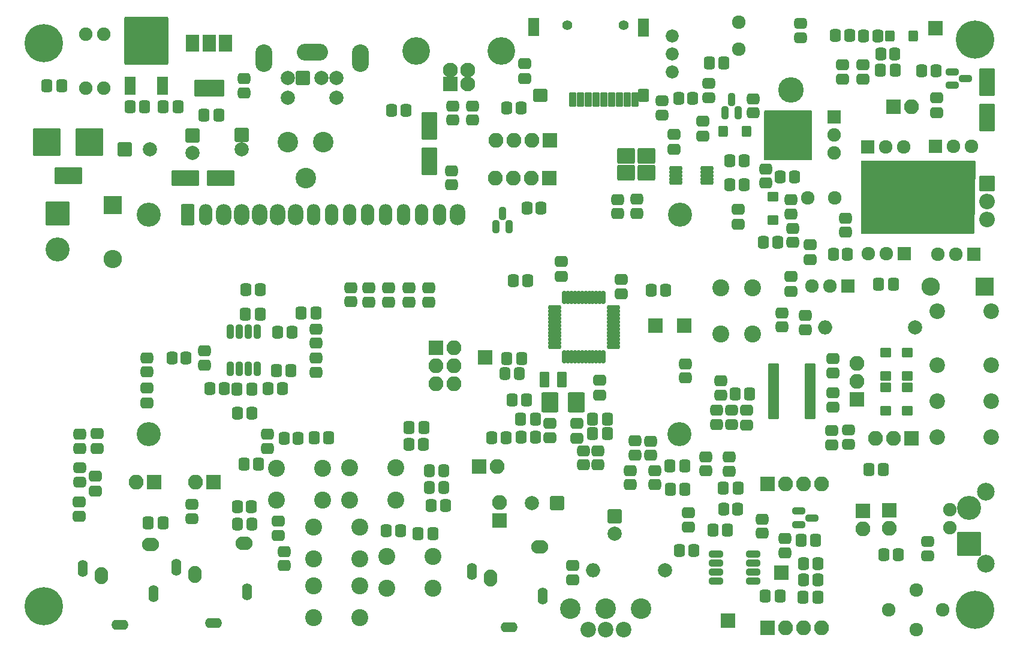
<source format=gbr>
%TF.GenerationSoftware,KiCad,Pcbnew,(6.0.11)*%
%TF.CreationDate,2023-06-17T11:37:52-05:00*%
%TF.ProjectId,LittleDX,4c697474-6c65-4445-982e-6b696361645f,rev?*%
%TF.SameCoordinates,Original*%
%TF.FileFunction,Soldermask,Top*%
%TF.FilePolarity,Negative*%
%FSLAX46Y46*%
G04 Gerber Fmt 4.6, Leading zero omitted, Abs format (unit mm)*
G04 Created by KiCad (PCBNEW (6.0.11)) date 2023-06-17 11:37:52*
%MOMM*%
%LPD*%
G01*
G04 APERTURE LIST*
G04 Aperture macros list*
%AMRoundRect*
0 Rectangle with rounded corners*
0 $1 Rounding radius*
0 $2 $3 $4 $5 $6 $7 $8 $9 X,Y pos of 4 corners*
0 Add a 4 corners polygon primitive as box body*
4,1,4,$2,$3,$4,$5,$6,$7,$8,$9,$2,$3,0*
0 Add four circle primitives for the rounded corners*
1,1,$1+$1,$2,$3*
1,1,$1+$1,$4,$5*
1,1,$1+$1,$6,$7*
1,1,$1+$1,$8,$9*
0 Add four rect primitives between the rounded corners*
20,1,$1+$1,$2,$3,$4,$5,0*
20,1,$1+$1,$4,$5,$6,$7,0*
20,1,$1+$1,$6,$7,$8,$9,0*
20,1,$1+$1,$8,$9,$2,$3,0*%
G04 Aperture macros list end*
%ADD10RoundRect,0.200000X-0.800000X0.800000X-0.800000X-0.800000X0.800000X-0.800000X0.800000X0.800000X0*%
%ADD11C,2.000000*%
%ADD12RoundRect,0.200000X0.850000X-0.850000X0.850000X0.850000X-0.850000X0.850000X-0.850000X-0.850000X0*%
%ADD13O,2.100000X2.100000*%
%ADD14O,2.000000X2.000000*%
%ADD15C,2.400000*%
%ADD16O,2.200000X3.000000*%
%ADD17O,1.900000X3.000000*%
%ADD18RoundRect,0.200000X-0.750000X-1.300000X0.750000X-1.300000X0.750000X1.300000X-0.750000X1.300000X0*%
%ADD19C,3.400000*%
%ADD20RoundRect,0.450000X0.337500X0.475000X-0.337500X0.475000X-0.337500X-0.475000X0.337500X-0.475000X0*%
%ADD21RoundRect,0.450000X0.475000X-0.337500X0.475000X0.337500X-0.475000X0.337500X-0.475000X-0.337500X0*%
%ADD22RoundRect,0.450000X-0.337500X-0.475000X0.337500X-0.475000X0.337500X0.475000X-0.337500X0.475000X0*%
%ADD23RoundRect,0.450000X-0.475000X0.337500X-0.475000X-0.337500X0.475000X-0.337500X0.475000X0.337500X0*%
%ADD24RoundRect,0.200000X-1.100000X1.100000X-1.100000X-1.100000X1.100000X-1.100000X1.100000X1.100000X0*%
%ADD25O,2.600000X2.600000*%
%ADD26RoundRect,0.450000X0.325000X0.450000X-0.325000X0.450000X-0.325000X-0.450000X0.325000X-0.450000X0*%
%ADD27RoundRect,0.450000X-0.325000X-0.450000X0.325000X-0.450000X0.325000X0.450000X-0.325000X0.450000X0*%
%ADD28RoundRect,0.200000X-1.750000X-0.900000X1.750000X-0.900000X1.750000X0.900000X-1.750000X0.900000X0*%
%ADD29RoundRect,0.200000X0.900000X-1.750000X0.900000X1.750000X-0.900000X1.750000X-0.900000X-1.750000X0*%
%ADD30RoundRect,0.200000X-1.500000X1.500000X-1.500000X-1.500000X1.500000X-1.500000X1.500000X1.500000X0*%
%ADD31RoundRect,0.200000X-1.750000X-1.750000X1.750000X-1.750000X1.750000X1.750000X-1.750000X1.750000X0*%
%ADD32RoundRect,0.200000X-1.750000X-1.000000X1.750000X-1.000000X1.750000X1.000000X-1.750000X1.000000X0*%
%ADD33RoundRect,0.200000X-0.850000X-0.850000X0.850000X-0.850000X0.850000X0.850000X-0.850000X0.850000X0*%
%ADD34RoundRect,0.450000X0.450000X-0.325000X0.450000X0.325000X-0.450000X0.325000X-0.450000X-0.325000X0*%
%ADD35RoundRect,0.450000X-0.450000X0.325000X-0.450000X-0.325000X0.450000X-0.325000X0.450000X0.325000X0*%
%ADD36RoundRect,0.200000X0.760000X-0.760000X0.760000X0.760000X-0.760000X0.760000X-0.760000X-0.760000X0*%
%ADD37C,1.920000*%
%ADD38RoundRect,0.350000X-0.587500X-0.150000X0.587500X-0.150000X0.587500X0.150000X-0.587500X0.150000X0*%
%ADD39RoundRect,0.200000X0.600000X-1.100000X0.600000X1.100000X-0.600000X1.100000X-0.600000X-1.100000X0*%
%ADD40RoundRect,0.200000X2.900000X-3.200000X2.900000X3.200000X-2.900000X3.200000X-2.900000X-3.200000X0*%
%ADD41RoundRect,0.200000X1.000000X1.200000X-1.000000X1.200000X-1.000000X-1.200000X1.000000X-1.200000X0*%
%ADD42RoundRect,0.200000X-0.500000X-0.900000X0.500000X-0.900000X0.500000X0.900000X-0.500000X0.900000X0*%
%ADD43RoundRect,0.275000X0.075000X-0.662500X0.075000X0.662500X-0.075000X0.662500X-0.075000X-0.662500X0*%
%ADD44RoundRect,0.275000X0.662500X-0.075000X0.662500X0.075000X-0.662500X0.075000X-0.662500X-0.075000X0*%
%ADD45RoundRect,0.350000X0.675000X0.150000X-0.675000X0.150000X-0.675000X-0.150000X0.675000X-0.150000X0*%
%ADD46RoundRect,0.200000X-0.750000X1.000000X-0.750000X-1.000000X0.750000X-1.000000X0.750000X1.000000X0*%
%ADD47RoundRect,0.200000X-1.900000X1.000000X-1.900000X-1.000000X1.900000X-1.000000X1.900000X1.000000X0*%
%ADD48RoundRect,0.200000X-0.760000X0.760000X-0.760000X-0.760000X0.760000X-0.760000X0.760000X0.760000X0*%
%ADD49C,2.900000*%
%ADD50RoundRect,0.200000X0.850000X0.850000X-0.850000X0.850000X-0.850000X-0.850000X0.850000X-0.850000X0*%
%ADD51RoundRect,0.450000X-0.350000X-0.450000X0.350000X-0.450000X0.350000X0.450000X-0.350000X0.450000X0*%
%ADD52RoundRect,0.450000X0.450000X-0.350000X0.450000X0.350000X-0.450000X0.350000X-0.450000X-0.350000X0*%
%ADD53RoundRect,0.450000X0.350000X0.450000X-0.350000X0.450000X-0.350000X-0.450000X0.350000X-0.450000X0*%
%ADD54RoundRect,0.450000X-0.450000X0.350000X-0.450000X-0.350000X0.450000X-0.350000X0.450000X0.350000X0*%
%ADD55RoundRect,0.200000X-0.700000X-0.150000X0.700000X-0.150000X0.700000X0.150000X-0.700000X0.150000X0*%
%ADD56RoundRect,0.200000X-1.050000X-0.900000X1.050000X-0.900000X1.050000X0.900000X-1.050000X0.900000X0*%
%ADD57C,2.500000*%
%ADD58C,1.900000*%
%ADD59RoundRect,0.200000X1.500000X-1.500000X1.500000X1.500000X-1.500000X1.500000X-1.500000X-1.500000X0*%
%ADD60C,2.200000*%
%ADD61RoundRect,0.200000X-0.600000X0.450000X-0.600000X-0.450000X0.600000X-0.450000X0.600000X0.450000X0*%
%ADD62RoundRect,0.200000X-0.750000X0.750000X-0.750000X-0.750000X0.750000X-0.750000X0.750000X0.750000X0*%
%ADD63C,1.924000*%
%ADD64RoundRect,0.200000X-0.850000X0.850000X-0.850000X-0.850000X0.850000X-0.850000X0.850000X0.850000X0*%
%ADD65RoundRect,0.350000X0.150000X-0.587500X0.150000X0.587500X-0.150000X0.587500X-0.150000X-0.587500X0*%
%ADD66RoundRect,0.200000X0.800000X0.800000X-0.800000X0.800000X-0.800000X-0.800000X0.800000X-0.800000X0*%
%ADD67O,2.400000X3.900000*%
%ADD68O,4.400000X2.400000*%
%ADD69C,3.448000*%
%ADD70C,1.840000*%
%ADD71C,5.400000*%
%ADD72RoundRect,0.200000X1.100000X1.100000X-1.100000X1.100000X-1.100000X-1.100000X1.100000X-1.100000X0*%
%ADD73RoundRect,0.200000X-0.800000X-0.800000X0.800000X-0.800000X0.800000X0.800000X-0.800000X0.800000X0*%
%ADD74RoundRect,0.200000X-0.900000X0.900000X-0.900000X-0.900000X0.900000X-0.900000X0.900000X0.900000X0*%
%ADD75O,2.200000X2.200000*%
%ADD76RoundRect,0.200000X-0.450000X-0.600000X0.450000X-0.600000X0.450000X0.600000X-0.450000X0.600000X0*%
%ADD77RoundRect,0.200000X-0.900000X1.750000X-0.900000X-1.750000X0.900000X-1.750000X0.900000X1.750000X0*%
%ADD78O,2.400000X1.400000*%
%ADD79O,1.400000X2.400000*%
%ADD80O,1.900000X2.400000*%
%ADD81O,2.400000X1.900000*%
%ADD82RoundRect,0.200000X0.600000X-0.450000X0.600000X0.450000X-0.600000X0.450000X-0.600000X-0.450000X0*%
%ADD83RoundRect,0.350000X-0.150000X0.675000X-0.150000X-0.675000X0.150000X-0.675000X0.150000X0.675000X0*%
%ADD84RoundRect,0.200000X0.600000X0.200000X-0.600000X0.200000X-0.600000X-0.200000X0.600000X-0.200000X0*%
%ADD85C,3.600000*%
%ADD86C,2.100000*%
%ADD87C,3.900000*%
%ADD88C,1.400000*%
%ADD89RoundRect,0.200000X0.600000X1.100000X-0.600000X1.100000X-0.600000X-1.100000X0.600000X-1.100000X0*%
%ADD90RoundRect,0.200000X-0.800000X-0.700000X0.800000X-0.700000X0.800000X0.700000X-0.800000X0.700000X0*%
%ADD91RoundRect,0.200000X-0.350000X-0.800000X0.350000X-0.800000X0.350000X0.800000X-0.350000X0.800000X0*%
%ADD92RoundRect,0.200000X-0.600000X-0.700000X0.600000X-0.700000X0.600000X0.700000X-0.600000X0.700000X0*%
G04 APERTURE END LIST*
D10*
%TO.C,C19*%
X134625000Y-127775000D03*
D11*
X134625000Y-130275000D03*
%TD*%
D12*
%TO.C,J20*%
X115475000Y-120800000D03*
D13*
X118015000Y-120800000D03*
%TD*%
D11*
%TO.C,R41*%
X177075000Y-101100000D03*
D14*
X164375000Y-101100000D03*
%TD*%
D15*
%TO.C,SW2*%
X86925000Y-125525000D03*
X93425000Y-125525000D03*
X86925000Y-121025000D03*
X93425000Y-121025000D03*
%TD*%
D16*
%TO.C,DS1*%
X112430000Y-85230000D03*
D17*
X109890000Y-85230000D03*
X107350000Y-85230000D03*
X104810000Y-85230000D03*
X102270000Y-85230000D03*
X99730000Y-85230000D03*
X97190000Y-85230000D03*
X94650000Y-85230000D03*
X92110000Y-85230000D03*
D16*
X89570000Y-85230000D03*
X87030000Y-85230000D03*
X84490000Y-85230000D03*
X81950000Y-85230000D03*
X79410000Y-85230000D03*
D17*
X76870000Y-85230000D03*
D18*
X74330000Y-85230000D03*
D19*
X143829480Y-116230700D03*
X143830000Y-85230000D03*
X68830900Y-116230700D03*
X68830900Y-85230000D03*
%TD*%
D20*
%TO.C,C1*%
X133625500Y-114046000D03*
X131550500Y-114046000D03*
%TD*%
D21*
%TO.C,C2*%
X125476000Y-116727500D03*
X125476000Y-114652500D03*
%TD*%
%TO.C,C4*%
X129300000Y-116747500D03*
X129300000Y-114672500D03*
%TD*%
D22*
%TO.C,C5*%
X120162500Y-111370000D03*
X122237500Y-111370000D03*
%TD*%
D10*
%TO.C,C6*%
X75000000Y-74000000D03*
D11*
X75000000Y-76500000D03*
%TD*%
D22*
%TO.C,C8*%
X121390500Y-114046000D03*
X123465500Y-114046000D03*
%TD*%
D23*
%TO.C,C9*%
X132550000Y-108587500D03*
X132550000Y-110662500D03*
%TD*%
D22*
%TO.C,C10*%
X92187500Y-116725000D03*
X94262500Y-116725000D03*
%TD*%
D23*
%TO.C,C11*%
X87150000Y-128462500D03*
X87150000Y-130537500D03*
%TD*%
D22*
%TO.C,C12*%
X119432500Y-105530000D03*
X121507500Y-105530000D03*
%TD*%
D23*
%TO.C,C13*%
X127110000Y-91832500D03*
X127110000Y-93907500D03*
%TD*%
D20*
%TO.C,C15*%
X148487500Y-129725000D03*
X150562500Y-129725000D03*
%TD*%
D22*
%TO.C,C16*%
X84362500Y-120425000D03*
X82287500Y-120425000D03*
%TD*%
D20*
%TO.C,C17*%
X107717500Y-115300000D03*
X105642500Y-115300000D03*
%TD*%
D21*
%TO.C,C20*%
X159500000Y-96037500D03*
X159500000Y-93962500D03*
%TD*%
D23*
%TO.C,C21*%
X135575000Y-94312500D03*
X135575000Y-96387500D03*
%TD*%
D10*
%TO.C,C22*%
X82000000Y-73968208D03*
D11*
X82000000Y-75968208D03*
%TD*%
D20*
%TO.C,C25*%
X153697500Y-110530000D03*
X151622500Y-110530000D03*
%TD*%
D21*
%TO.C,C33*%
X165450000Y-107587500D03*
X165450000Y-105512500D03*
%TD*%
D20*
%TO.C,C34*%
X161268500Y-139192000D03*
X163343500Y-139192000D03*
%TD*%
D23*
%TO.C,C35*%
X165450000Y-110337500D03*
X165450000Y-112412500D03*
%TD*%
D24*
%TO.C,D1*%
X63750000Y-83880000D03*
D25*
X63750000Y-91500000D03*
%TD*%
D26*
%TO.C,D2*%
X110550000Y-121350000D03*
X108500000Y-121350000D03*
%TD*%
D27*
%TO.C,D3*%
X110550000Y-123700000D03*
X108500000Y-123700000D03*
%TD*%
D28*
%TO.C,D4*%
X74000000Y-80000000D03*
X79000000Y-80000000D03*
%TD*%
D29*
%TO.C,D5*%
X108458000Y-77684000D03*
X108458000Y-72684000D03*
%TD*%
D30*
%TO.C,J1*%
X56000000Y-85000000D03*
D19*
X56000000Y-90080000D03*
%TD*%
D31*
%TO.C,J2*%
X60500000Y-75000000D03*
X54500000Y-75000000D03*
D32*
X57500000Y-79700000D03*
%TD*%
D33*
%TO.C,J5*%
X109400000Y-103975000D03*
D13*
X111940000Y-103975000D03*
X109400000Y-106515000D03*
X111940000Y-106515000D03*
X109400000Y-109055000D03*
X111940000Y-109055000D03*
%TD*%
D27*
%TO.C,L1*%
X119145000Y-107630000D03*
X121195000Y-107630000D03*
%TD*%
D34*
%TO.C,L2*%
X151120000Y-114825000D03*
X151120000Y-112775000D03*
%TD*%
D35*
%TO.C,L3*%
X167700000Y-115575000D03*
X167700000Y-117625000D03*
%TD*%
D34*
%TO.C,L9*%
X141320000Y-71175000D03*
X141320000Y-69125000D03*
%TD*%
D36*
%TO.C,Q3*%
X170350000Y-75630000D03*
D37*
X172890000Y-75630000D03*
X175430000Y-75630000D03*
%TD*%
D38*
%TO.C,Q4*%
X162481500Y-128016000D03*
X160606500Y-128966000D03*
X160606500Y-127066000D03*
%TD*%
D15*
%TO.C,SW1*%
X154142000Y-102056000D03*
X154142000Y-95556000D03*
X149642000Y-102056000D03*
X149642000Y-95556000D03*
%TD*%
%TO.C,SW3*%
X98650000Y-133825000D03*
X92150000Y-133825000D03*
X92150000Y-129325000D03*
X98650000Y-129325000D03*
%TD*%
%TO.C,SW4*%
X97225000Y-125475000D03*
X103725000Y-125475000D03*
X103725000Y-120975000D03*
X97225000Y-120975000D03*
%TD*%
%TO.C,SW5*%
X92125000Y-142125000D03*
X98625000Y-142125000D03*
X92125000Y-137625000D03*
X98625000Y-137625000D03*
%TD*%
D39*
%TO.C,U2*%
X66245000Y-66975000D03*
D40*
X68525000Y-60675000D03*
D39*
X70805000Y-66975000D03*
%TD*%
D41*
%TO.C,Y1*%
X129200000Y-111730000D03*
X125500000Y-111730000D03*
%TD*%
D42*
%TO.C,Y2*%
X127210000Y-108530000D03*
X124710000Y-108530000D03*
%TD*%
D43*
%TO.C,U1*%
X127552000Y-105254500D03*
X128052000Y-105254500D03*
X128552000Y-105254500D03*
X129052000Y-105254500D03*
X129552000Y-105254500D03*
X130052000Y-105254500D03*
X130552000Y-105254500D03*
X131052000Y-105254500D03*
X131552000Y-105254500D03*
X132052000Y-105254500D03*
X132552000Y-105254500D03*
X133052000Y-105254500D03*
D44*
X134464500Y-103842000D03*
X134464500Y-103342000D03*
X134464500Y-102842000D03*
X134464500Y-102342000D03*
X134464500Y-101842000D03*
X134464500Y-101342000D03*
X134464500Y-100842000D03*
X134464500Y-100342000D03*
X134464500Y-99842000D03*
X134464500Y-99342000D03*
X134464500Y-98842000D03*
X134464500Y-98342000D03*
D43*
X133052000Y-96929500D03*
X132552000Y-96929500D03*
X132052000Y-96929500D03*
X131552000Y-96929500D03*
X131052000Y-96929500D03*
X130552000Y-96929500D03*
X130052000Y-96929500D03*
X129552000Y-96929500D03*
X129052000Y-96929500D03*
X128552000Y-96929500D03*
X128052000Y-96929500D03*
X127552000Y-96929500D03*
D44*
X126139500Y-98342000D03*
X126139500Y-98842000D03*
X126139500Y-99342000D03*
X126139500Y-99842000D03*
X126139500Y-100342000D03*
X126139500Y-100842000D03*
X126139500Y-101342000D03*
X126139500Y-101842000D03*
X126139500Y-102342000D03*
X126139500Y-102842000D03*
X126139500Y-103342000D03*
X126139500Y-103842000D03*
%TD*%
D33*
%TO.C,J9*%
X116375000Y-105325000D03*
%TD*%
D21*
%TO.C,C37*%
X145075000Y-127262500D03*
X145075000Y-129337500D03*
%TD*%
D45*
%TO.C,U3*%
X148955000Y-136955000D03*
X148955000Y-135685000D03*
X148955000Y-134415000D03*
X148955000Y-133145000D03*
X154205000Y-133145000D03*
X154205000Y-134415000D03*
X154205000Y-135685000D03*
X154205000Y-136955000D03*
%TD*%
D46*
%TO.C,U4*%
X79680000Y-61020000D03*
X77380000Y-61020000D03*
D47*
X77380000Y-67320000D03*
D46*
X75080000Y-61020000D03*
%TD*%
D48*
%TO.C,Q5*%
X185340000Y-90830000D03*
D37*
X182800000Y-90830000D03*
X180260000Y-90830000D03*
%TD*%
D48*
%TO.C,Q6*%
X175560000Y-90680000D03*
D37*
X173020000Y-90680000D03*
X170480000Y-90680000D03*
%TD*%
D36*
%TO.C,Q7*%
X179960000Y-75520000D03*
D37*
X182500000Y-75520000D03*
X185040000Y-75520000D03*
%TD*%
D22*
%TO.C,C14*%
X172162500Y-64800000D03*
X174237500Y-64800000D03*
%TD*%
D49*
%TO.C,RV3*%
X93500000Y-75000000D03*
X91000000Y-80040000D03*
X88500000Y-75000000D03*
%TD*%
D20*
%TO.C,C42*%
X78727500Y-71140000D03*
X76652500Y-71140000D03*
%TD*%
D50*
%TO.C,JP3*%
X168810000Y-111250000D03*
D13*
X168810000Y-108710000D03*
X168810000Y-106170000D03*
%TD*%
D51*
%TO.C,R1*%
X119300000Y-116710000D03*
X117300000Y-116710000D03*
%TD*%
D52*
%TO.C,R2*%
X111590000Y-81000000D03*
X111590000Y-79000000D03*
%TD*%
%TO.C,R3*%
X102700000Y-97550000D03*
X102700000Y-95550000D03*
%TD*%
D51*
%TO.C,R4*%
X110728000Y-126238000D03*
X108728000Y-126238000D03*
%TD*%
D53*
%TO.C,R6*%
X89975000Y-116750000D03*
X87975000Y-116750000D03*
%TD*%
%TO.C,R7*%
X121396000Y-70104000D03*
X119396000Y-70104000D03*
%TD*%
D51*
%TO.C,R8*%
X172200000Y-62500000D03*
X174200000Y-62500000D03*
%TD*%
D52*
%TO.C,R9*%
X114554000Y-71866000D03*
X114554000Y-69866000D03*
%TD*%
D51*
%TO.C,R11*%
X145780000Y-132588000D03*
X143780000Y-132588000D03*
%TD*%
D52*
%TO.C,R12*%
X85620000Y-116230000D03*
X85620000Y-118230000D03*
%TD*%
D51*
%TO.C,R13*%
X105630000Y-117620000D03*
X107630000Y-117620000D03*
%TD*%
D54*
%TO.C,R14*%
X154178000Y-68850000D03*
X154178000Y-70850000D03*
%TD*%
%TO.C,R15*%
X111760000Y-69866000D03*
X111760000Y-71866000D03*
%TD*%
D52*
%TO.C,R16*%
X149660000Y-110690000D03*
X149660000Y-108690000D03*
%TD*%
%TO.C,R17*%
X158242000Y-101076000D03*
X158242000Y-99076000D03*
%TD*%
%TO.C,R18*%
X137750000Y-85025000D03*
X137750000Y-83025000D03*
%TD*%
D54*
%TO.C,R19*%
X139740000Y-117180000D03*
X139740000Y-119180000D03*
%TD*%
D53*
%TO.C,R20*%
X157667200Y-89128600D03*
X155667200Y-89128600D03*
%TD*%
D54*
%TO.C,R21*%
X140300000Y-121325000D03*
X140300000Y-123325000D03*
%TD*%
%TO.C,R23*%
X136850000Y-121325000D03*
X136850000Y-123325000D03*
%TD*%
D52*
%TO.C,R29*%
X99940000Y-97540000D03*
X99940000Y-95540000D03*
%TD*%
%TO.C,R30*%
X144600000Y-108270000D03*
X144600000Y-106270000D03*
%TD*%
D51*
%TO.C,R31*%
X163306000Y-136780000D03*
X161306000Y-136780000D03*
%TD*%
D52*
%TO.C,R32*%
X158700000Y-130950000D03*
X158700000Y-132950000D03*
%TD*%
%TO.C,R33*%
X87970000Y-132760000D03*
X87970000Y-134760000D03*
%TD*%
D51*
%TO.C,R34*%
X163306000Y-134460000D03*
X161306000Y-134460000D03*
%TD*%
D52*
%TO.C,R46*%
X108360000Y-97530000D03*
X108360000Y-95530000D03*
%TD*%
%TO.C,R47*%
X105610000Y-97560000D03*
X105610000Y-95560000D03*
%TD*%
%TO.C,R24*%
X150775000Y-121450000D03*
X150775000Y-119450000D03*
%TD*%
D20*
%TO.C,C44*%
X68267500Y-70000000D03*
X66192500Y-70000000D03*
%TD*%
D33*
%TO.C,JP4*%
X169660000Y-126990000D03*
D13*
X169660000Y-129530000D03*
%TD*%
D23*
%TO.C,C47*%
X143030000Y-73892500D03*
X143030000Y-75967500D03*
%TD*%
D52*
%TO.C,R35*%
X135075000Y-85050000D03*
X135075000Y-83050000D03*
%TD*%
D54*
%TO.C,R48*%
X149020000Y-112800000D03*
X149020000Y-114800000D03*
%TD*%
D51*
%TO.C,R49*%
X150892000Y-77550000D03*
X152892000Y-77550000D03*
%TD*%
%TO.C,R50*%
X150892000Y-80975000D03*
X152892000Y-80975000D03*
%TD*%
D55*
%TO.C,U6*%
X143290000Y-78670000D03*
X143290000Y-79170000D03*
X143290000Y-79670000D03*
X143290000Y-80170000D03*
X143290000Y-80670000D03*
X147690000Y-80670000D03*
X147690000Y-80170000D03*
X147690000Y-79670000D03*
X147690000Y-79170000D03*
X147690000Y-78670000D03*
%TD*%
D56*
%TO.C,Y3*%
X136218000Y-79248000D03*
X139118000Y-79248000D03*
X139118000Y-76948000D03*
X136218000Y-76948000D03*
%TD*%
D57*
%TO.C,J12*%
X187025000Y-134505000D03*
X187025000Y-124345000D03*
D58*
X181945000Y-129425000D03*
D59*
X184673000Y-131711000D03*
D58*
X181945000Y-126885000D03*
D19*
X184673000Y-126631000D03*
%TD*%
D60*
%TO.C,RLY1*%
X187775000Y-98845000D03*
X187775000Y-106465000D03*
X187775000Y-111545000D03*
X187775000Y-116625000D03*
X180175000Y-98845000D03*
X180175000Y-106465000D03*
X180175000Y-111545000D03*
X180175000Y-116625000D03*
%TD*%
D23*
%TO.C,C30*%
X165325000Y-115650000D03*
X165325000Y-117725000D03*
%TD*%
D61*
%TO.C,D9*%
X175975000Y-104650000D03*
X175975000Y-107950000D03*
%TD*%
D51*
%TO.C,R5*%
X139800000Y-95850000D03*
X141800000Y-95850000D03*
%TD*%
D54*
%TO.C,R22*%
X137550000Y-119160000D03*
X137550000Y-117160000D03*
%TD*%
D52*
%TO.C,R25*%
X147550000Y-121375000D03*
X147550000Y-119375000D03*
%TD*%
D62*
%TO.C,Q8*%
X165608000Y-71374000D03*
D58*
X165608000Y-73914000D03*
X165608000Y-76454000D03*
%TD*%
D51*
%TO.C,R38*%
X169790000Y-59950000D03*
X171790000Y-59950000D03*
%TD*%
D53*
%TO.C,R39*%
X180000000Y-64900000D03*
X178000000Y-64900000D03*
%TD*%
D12*
%TO.C,JP1*%
X174030000Y-70000000D03*
D13*
X176570000Y-70000000D03*
%TD*%
D20*
%TO.C,C39*%
X144547500Y-120650000D03*
X142472500Y-120650000D03*
%TD*%
D33*
%TO.C,JP2*%
X173430000Y-126910000D03*
D13*
X173430000Y-129450000D03*
%TD*%
D63*
%TO.C,T3*%
X173355000Y-140970000D03*
X180975000Y-140970000D03*
X177228500Y-143764000D03*
X177228500Y-138176000D03*
%TD*%
D35*
%TO.C,D16*%
X178850000Y-131360000D03*
X178850000Y-133410000D03*
%TD*%
D53*
%TO.C,R28*%
X174660000Y-133250000D03*
X172660000Y-133250000D03*
%TD*%
D61*
%TO.C,D17*%
X157000000Y-82675000D03*
X157000000Y-85975000D03*
%TD*%
D48*
%TO.C,Q9*%
X167575000Y-95250000D03*
D37*
X165035000Y-95250000D03*
X162495000Y-95250000D03*
%TD*%
D22*
%TO.C,C46*%
X148012500Y-63810000D03*
X150087500Y-63810000D03*
%TD*%
D53*
%TO.C,R51*%
X167525000Y-90800000D03*
X165525000Y-90800000D03*
%TD*%
D54*
%TO.C,R52*%
X159766000Y-87138000D03*
X159766000Y-89138000D03*
%TD*%
D23*
%TO.C,C24*%
X166830000Y-64032500D03*
X166830000Y-66107500D03*
%TD*%
D53*
%TO.C,R53*%
X160050000Y-79875000D03*
X158050000Y-79875000D03*
%TD*%
D21*
%TO.C,C56*%
X152100000Y-86537500D03*
X152100000Y-84462500D03*
%TD*%
D64*
%TO.C,JP7*%
X176560000Y-116780000D03*
D13*
X174020000Y-116780000D03*
X171480000Y-116780000D03*
%TD*%
D65*
%TO.C,Q12*%
X150180000Y-70787500D03*
X152080000Y-70787500D03*
X151130000Y-68912500D03*
%TD*%
D38*
%TO.C,Q13*%
X182312500Y-65050000D03*
X182312500Y-66950000D03*
X184187500Y-66000000D03*
%TD*%
D51*
%TO.C,R65*%
X143670000Y-68760000D03*
X145670000Y-68760000D03*
%TD*%
D54*
%TO.C,R66*%
X161525000Y-99425000D03*
X161525000Y-101425000D03*
%TD*%
D52*
%TO.C,R67*%
X159550000Y-85100000D03*
X159550000Y-83100000D03*
%TD*%
D66*
%TO.C,P1*%
X90630000Y-65930000D03*
D11*
X93230000Y-65930000D03*
X88530000Y-65930000D03*
X95330000Y-65930000D03*
X88530000Y-68730000D03*
X95330000Y-68730000D03*
D67*
X85080000Y-63080000D03*
X98780000Y-63080000D03*
D68*
X91930000Y-62280000D03*
%TD*%
D52*
%TO.C,R64*%
X82330000Y-67990000D03*
X82330000Y-65990000D03*
%TD*%
D53*
%TO.C,R70*%
X105150000Y-70440000D03*
X103150000Y-70440000D03*
%TD*%
D69*
%TO.C,J13*%
X177600000Y-83200000D03*
%TD*%
D34*
%TO.C,D19*%
X160880000Y-60207000D03*
X160880000Y-58157000D03*
%TD*%
D53*
%TO.C,R71*%
X167810000Y-59930000D03*
X165810000Y-59930000D03*
%TD*%
D22*
%TO.C,C32*%
X171936500Y-94996000D03*
X174011500Y-94996000D03*
%TD*%
D65*
%TO.C,Q14*%
X117875000Y-86887500D03*
X119775000Y-86887500D03*
X118825000Y-85012500D03*
%TD*%
D51*
%TO.C,R72*%
X120375000Y-94500000D03*
X122375000Y-94500000D03*
%TD*%
D23*
%TO.C,C38*%
X147075000Y-72037500D03*
X147075000Y-74112500D03*
%TD*%
D54*
%TO.C,R73*%
X155975000Y-78750000D03*
X155975000Y-80750000D03*
%TD*%
D70*
%TO.C,RV4*%
X142790000Y-59940000D03*
X142790000Y-62480000D03*
X142790000Y-65020000D03*
%TD*%
D54*
%TO.C,R74*%
X167225000Y-85675000D03*
X167225000Y-87675000D03*
%TD*%
D34*
%TO.C,L11*%
X147900000Y-68675000D03*
X147900000Y-66625000D03*
%TD*%
D71*
%TO.C,J3*%
X54000000Y-61000000D03*
%TD*%
%TO.C,J4*%
X185500000Y-60500000D03*
%TD*%
%TO.C,J6*%
X185500000Y-141000000D03*
%TD*%
%TO.C,J7*%
X54000000Y-140500000D03*
%TD*%
D23*
%TO.C,C41*%
X128675000Y-134712500D03*
X128675000Y-136787500D03*
%TD*%
D22*
%TO.C,C58*%
X54500000Y-67000000D03*
X56575000Y-67000000D03*
%TD*%
D58*
%TO.C,T4*%
X60000000Y-67310000D03*
X60000000Y-59690000D03*
X62540000Y-67310000D03*
X62540000Y-59690000D03*
%TD*%
D23*
%TO.C,C27*%
X153300000Y-112837500D03*
X153300000Y-114912500D03*
%TD*%
D72*
%TO.C,D6*%
X186880000Y-95330000D03*
D25*
X179260000Y-95330000D03*
%TD*%
D53*
%TO.C,R76*%
X84566000Y-95758000D03*
X82566000Y-95758000D03*
%TD*%
D22*
%TO.C,C7*%
X131550500Y-116078000D03*
X133625500Y-116078000D03*
%TD*%
D11*
%TO.C,L10*%
X141732000Y-135382000D03*
D14*
X131572000Y-135382000D03*
%TD*%
D33*
%TO.C,J14*%
X158220000Y-135730000D03*
%TD*%
%TO.C,J15*%
X150622000Y-142494000D03*
%TD*%
%TO.C,J16*%
X179900000Y-58900000D03*
%TD*%
D73*
%TO.C,C3*%
X65500000Y-76000000D03*
D11*
X69000000Y-76000000D03*
%TD*%
D63*
%TO.C,L4*%
X152146000Y-58039000D03*
X152146000Y-61849000D03*
%TD*%
%TO.C,L6*%
X161895000Y-82875000D03*
X165705000Y-82875000D03*
%TD*%
D74*
%TO.C,Q15*%
X187210000Y-80770000D03*
D75*
X187210000Y-83310000D03*
X187210000Y-85850000D03*
%TD*%
D22*
%TO.C,C18*%
X163027500Y-131220000D03*
X160952500Y-131220000D03*
%TD*%
%TO.C,C60*%
X158009500Y-139040000D03*
X155934500Y-139040000D03*
%TD*%
D51*
%TO.C,R10*%
X121450000Y-116650000D03*
X123450000Y-116650000D03*
%TD*%
D76*
%TO.C,D15*%
X173530000Y-59990000D03*
X176830000Y-59990000D03*
%TD*%
%TO.C,D18*%
X149988000Y-73406000D03*
X153288000Y-73406000D03*
%TD*%
D60*
%TO.C,RV1*%
X135900000Y-143800000D03*
D49*
X138400000Y-140800000D03*
D60*
X133400000Y-143800000D03*
D49*
X133400000Y-140800000D03*
D60*
X130900000Y-143800000D03*
D49*
X128400000Y-140800000D03*
%TD*%
D77*
%TO.C,D8*%
X187250000Y-66500000D03*
X187250000Y-71500000D03*
%TD*%
D33*
%TO.C,J10*%
X140410000Y-100830000D03*
%TD*%
D22*
%TO.C,C61*%
X108970000Y-130280000D03*
X106895000Y-130280000D03*
%TD*%
D52*
%TO.C,R40*%
X97390000Y-97500000D03*
X97390000Y-95500000D03*
%TD*%
D51*
%TO.C,R75*%
X104378000Y-129794000D03*
X102378000Y-129794000D03*
%TD*%
D15*
%TO.C,SW6*%
X102475000Y-137950000D03*
X108975000Y-137950000D03*
X108975000Y-133450000D03*
X102475000Y-133450000D03*
%TD*%
D66*
%TO.C,C53*%
X126480000Y-125930000D03*
D11*
X122980000Y-125930000D03*
%TD*%
D13*
%TO.C,J17*%
X163830000Y-123190000D03*
X161290000Y-123190000D03*
X158750000Y-123190000D03*
D12*
X156210000Y-123190000D03*
%TD*%
%TO.C,J18*%
X156220000Y-143510000D03*
D13*
X158760000Y-143510000D03*
X161300000Y-143510000D03*
X163840000Y-143510000D03*
%TD*%
D20*
%TO.C,C26*%
X172587500Y-121230000D03*
X170512500Y-121230000D03*
%TD*%
D21*
%TO.C,C23*%
X162250000Y-91525000D03*
X162250000Y-89450000D03*
%TD*%
D78*
%TO.C,J19*%
X64770000Y-143080000D03*
D79*
X59570000Y-135180000D03*
D80*
X62170000Y-136180000D03*
D79*
X69570000Y-138680000D03*
D81*
X69070000Y-131780000D03*
%TD*%
D21*
%TO.C,C36*%
X61550000Y-118207500D03*
X61550000Y-116132500D03*
%TD*%
D82*
%TO.C,D10*%
X172950000Y-112900000D03*
X172950000Y-109600000D03*
%TD*%
D53*
%TO.C,R80*%
X81375000Y-126425000D03*
X83375000Y-126425000D03*
%TD*%
D83*
%TO.C,U5*%
X84212500Y-101753000D03*
X82942500Y-101753000D03*
X81672500Y-101753000D03*
X80402500Y-101753000D03*
X80402500Y-107003000D03*
X81672500Y-107003000D03*
X82942500Y-107003000D03*
X84212500Y-107003000D03*
%TD*%
D22*
%TO.C,C69*%
X81340000Y-109838000D03*
X83415000Y-109838000D03*
%TD*%
%TO.C,C67*%
X68812500Y-128750000D03*
X70887500Y-128750000D03*
%TD*%
D26*
%TO.C,L12*%
X83425000Y-128900000D03*
X81375000Y-128900000D03*
%TD*%
D84*
%TO.C,U8*%
X162250000Y-113617500D03*
X162250000Y-112982500D03*
X162250000Y-112347500D03*
X162250000Y-111712500D03*
X162250000Y-111077500D03*
X162250000Y-110442500D03*
X162250000Y-109807500D03*
X162250000Y-109172500D03*
X162250000Y-108537500D03*
X162250000Y-107902500D03*
X162250000Y-107267500D03*
X162250000Y-106632500D03*
X157050000Y-106632500D03*
X157050000Y-107267500D03*
X157050000Y-107902500D03*
X157050000Y-108537500D03*
X157050000Y-109172500D03*
X157050000Y-109807500D03*
X157050000Y-110442500D03*
X157050000Y-111077500D03*
X157050000Y-111712500D03*
X157050000Y-112347500D03*
X157050000Y-112982500D03*
X157050000Y-113617500D03*
%TD*%
D54*
%TO.C,R42*%
X59080000Y-116210000D03*
X59080000Y-118210000D03*
%TD*%
D51*
%TO.C,R77*%
X87070000Y-101760000D03*
X89070000Y-101760000D03*
%TD*%
D53*
%TO.C,R69*%
X74136000Y-105410000D03*
X72136000Y-105410000D03*
%TD*%
D52*
%TO.C,R43*%
X68580000Y-107426000D03*
X68580000Y-105426000D03*
%TD*%
%TO.C,R44*%
X92456000Y-103346000D03*
X92456000Y-101346000D03*
%TD*%
D33*
%TO.C,J24*%
X144470000Y-100850000D03*
%TD*%
D85*
%TO.C,J23*%
X159512000Y-67564000D03*
%TD*%
D21*
%TO.C,C63*%
X68580000Y-111781500D03*
X68580000Y-109706500D03*
%TD*%
D13*
%TO.C,J22*%
X118390000Y-125870000D03*
D50*
X118390000Y-128410000D03*
%TD*%
D64*
%TO.C,JP9*%
X77978000Y-122936000D03*
D13*
X75438000Y-122936000D03*
%TD*%
D35*
%TO.C,L7*%
X59080000Y-120945000D03*
X59080000Y-122995000D03*
%TD*%
D64*
%TO.C,J25*%
X125420000Y-80010000D03*
D13*
X122880000Y-80010000D03*
X120340000Y-80010000D03*
X117800000Y-80010000D03*
%TD*%
D20*
%TO.C,C65*%
X88955000Y-107230000D03*
X86880000Y-107230000D03*
%TD*%
D54*
%TO.C,R81*%
X130200000Y-118540000D03*
X130200000Y-120540000D03*
%TD*%
%TO.C,R84*%
X132310000Y-118540000D03*
X132310000Y-120540000D03*
%TD*%
D81*
%TO.C,J8*%
X124025000Y-132150000D03*
D79*
X124525000Y-139050000D03*
D80*
X117125000Y-136550000D03*
D79*
X114525000Y-135550000D03*
D78*
X119725000Y-143450000D03*
%TD*%
D21*
%TO.C,C68*%
X61310000Y-122122500D03*
X61310000Y-124197500D03*
%TD*%
D53*
%TO.C,R83*%
X83430000Y-113220000D03*
X81430000Y-113220000D03*
%TD*%
D64*
%TO.C,J27*%
X125476000Y-74676000D03*
D13*
X122936000Y-74676000D03*
X120396000Y-74676000D03*
X117856000Y-74676000D03*
%TD*%
D21*
%TO.C,C62*%
X59020000Y-127797500D03*
X59020000Y-125722500D03*
%TD*%
D54*
%TO.C,R26*%
X155430000Y-130205000D03*
X155430000Y-128205000D03*
%TD*%
D51*
%TO.C,R85*%
X85747500Y-109768000D03*
X87747500Y-109768000D03*
%TD*%
D20*
%TO.C,C70*%
X73000000Y-70000000D03*
X70925000Y-70000000D03*
%TD*%
D53*
%TO.C,R79*%
X79486000Y-109728000D03*
X77486000Y-109728000D03*
%TD*%
%TO.C,R27*%
X150025000Y-126775000D03*
X152025000Y-126775000D03*
%TD*%
D12*
%TO.C,J26*%
X111410000Y-66760000D03*
D86*
X113910000Y-66760000D03*
X113910000Y-64760000D03*
X111410000Y-64760000D03*
D87*
X118680000Y-62050000D03*
X106640000Y-62050000D03*
%TD*%
D21*
%TO.C,C29*%
X169720000Y-66107500D03*
X169720000Y-64032500D03*
%TD*%
D88*
%TO.C,U7*%
X135930000Y-58430000D03*
X127930000Y-58430000D03*
D89*
X138730000Y-58830000D03*
D90*
X124130000Y-68330000D03*
D91*
X128730000Y-68930000D03*
X129830000Y-68930000D03*
X130930000Y-68930000D03*
X132030000Y-68930000D03*
X133130000Y-68930000D03*
X134230000Y-68930000D03*
X135330000Y-68930000D03*
X136430000Y-68930000D03*
X137530000Y-68930000D03*
D92*
X138730000Y-68330000D03*
D89*
X123230000Y-58730000D03*
%TD*%
D22*
%TO.C,C40*%
X152062500Y-123775000D03*
X149987500Y-123775000D03*
%TD*%
D82*
%TO.C,D7*%
X172925000Y-107950000D03*
X172925000Y-104650000D03*
%TD*%
D64*
%TO.C,JP6*%
X69596000Y-122936000D03*
D13*
X67056000Y-122936000D03*
%TD*%
D23*
%TO.C,C43*%
X121980000Y-63902500D03*
X121980000Y-65977500D03*
%TD*%
D78*
%TO.C,J11*%
X77978000Y-142900000D03*
D79*
X72778000Y-135000000D03*
D80*
X75378000Y-136000000D03*
D79*
X82778000Y-138500000D03*
D81*
X82278000Y-131600000D03*
%TD*%
D22*
%TO.C,C66*%
X82492500Y-99230000D03*
X84567500Y-99230000D03*
%TD*%
D52*
%TO.C,R45*%
X92456000Y-107442000D03*
X92456000Y-105442000D03*
%TD*%
D21*
%TO.C,C31*%
X180090000Y-70787500D03*
X180090000Y-68712500D03*
%TD*%
D61*
%TO.C,D11*%
X175975000Y-109600000D03*
X175975000Y-112900000D03*
%TD*%
D35*
%TO.C,L8*%
X74975000Y-126075000D03*
X74975000Y-128125000D03*
%TD*%
D53*
%TO.C,R82*%
X124250000Y-84275000D03*
X122250000Y-84275000D03*
%TD*%
D20*
%TO.C,C28*%
X142512500Y-123950000D03*
X144587500Y-123950000D03*
%TD*%
D54*
%TO.C,R78*%
X76730000Y-104430000D03*
X76730000Y-106430000D03*
%TD*%
D20*
%TO.C,C64*%
X92477500Y-99060000D03*
X90402500Y-99060000D03*
%TD*%
G36*
X185539896Y-77620002D02*
G01*
X185586389Y-77673658D01*
X185597756Y-77728205D01*
X185422167Y-87760205D01*
X185400976Y-87827965D01*
X185346515Y-87873512D01*
X185296186Y-87884000D01*
X169526000Y-87884000D01*
X169457879Y-87863998D01*
X169411386Y-87810342D01*
X169400000Y-87758000D01*
X169400000Y-77726000D01*
X169420002Y-77657879D01*
X169473658Y-77611386D01*
X169526000Y-77600000D01*
X185471775Y-77600000D01*
X185539896Y-77620002D01*
G37*
G36*
X162442121Y-70520002D02*
G01*
X162488614Y-70573658D01*
X162500000Y-70626000D01*
X162500000Y-77374000D01*
X162479998Y-77442121D01*
X162426342Y-77488614D01*
X162374000Y-77500000D01*
X155876000Y-77500000D01*
X155807879Y-77479998D01*
X155761386Y-77426342D01*
X155750000Y-77374000D01*
X155750000Y-70626000D01*
X155770002Y-70557879D01*
X155823658Y-70511386D01*
X155876000Y-70500000D01*
X162374000Y-70500000D01*
X162442121Y-70520002D01*
G37*
M02*

</source>
